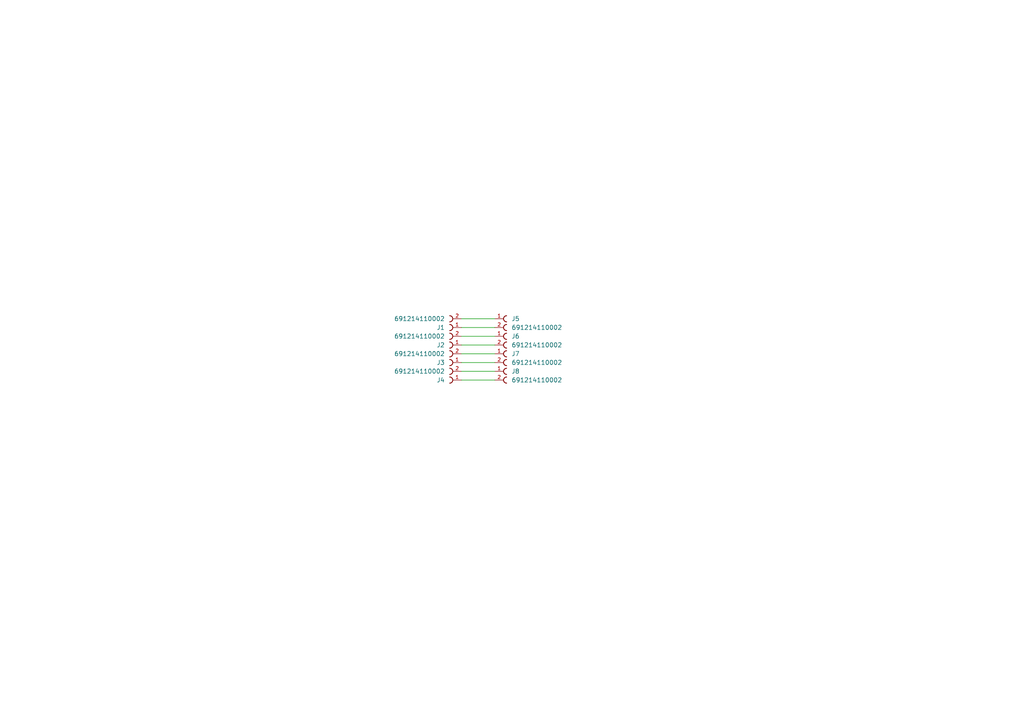
<source format=kicad_sch>
(kicad_sch (version 20211123) (generator eeschema)
  (paper "A4")
  (lib_symbols
    (symbol "Rosta 2:691214110002" (pin_names (offset 1.016))
      (property "Reference" "J" (at 1.2725 0.2385 0))
      (property "Value" "691214110002" (at 1.2716 -2.5431 0))
      (symbol "691214110002_0_0"
        (arc (start -1.651 -1.651) (mid -2.54 -2.54) (end -1.651 -3.429) (stroke (width 0.254)))
        (arc (start -1.651 0.889) (mid -2.54 0) (end -1.651 -0.889) (stroke (width 0.254)))
        (pin passive line (at -5.08 0 0) (length 2.54) (name "~") (number "1"))
        (pin passive line (at -5.08 -2.54 0) (length 2.54) (name "~") (number "2"))
      )
    )
  )
  (wire (pts (xy 133.858 102.616) (xy 143.51 102.616)))
  (wire (pts (xy 133.858 94.996) (xy 143.51 94.996)))
  (wire (pts (xy 133.858 110.236) (xy 143.51 110.236)))
  (wire (pts (xy 133.858 100.076) (xy 143.51 100.076)))
  (wire (pts (xy 133.858 105.156) (xy 143.51 105.156)))
  (wire (pts (xy 133.858 92.456) (xy 143.51 92.456)))
  (wire (pts (xy 133.858 97.536) (xy 143.51 97.536)))
  (wire (pts (xy 133.858 107.696) (xy 143.51 107.696)))
  (symbol (lib_id "Rosta 2:691214110002") (at 128.778 105.156 180) (unit 1)
    (property "Reference" "J3" (at 129.032 105.1561 0) (effects (justify left)))
    (property "Value" "691214110002" (at 129.032 102.6161 0) (effects (justify left)))
    (property "Footprint" "Connector:Rosta 2" (effects hide))
  )
  (symbol (lib_id "Rosta 2:691214110002") (at 148.59 97.536 0) (unit 1)
    (property "Reference" "J6" (at 148.336 97.5359 0) (effects (justify left)))
    (property "Value" "691214110002" (at 148.336 100.0759 0) (effects (justify left)))
    (property "Footprint" "Connector:Rosta 2" (effects hide))
  )
  (symbol (lib_id "Rosta 2:691214110002") (at 128.778 94.996 180) (unit 1)
    (property "Reference" "J1" (at 129.032 94.9961 0) (effects (justify left)))
    (property "Value" "691214110002" (at 129.032 92.4561 0) (effects (justify left)))
    (property "Footprint" "Connector:Rosta 2" (effects hide))
  )
  (symbol (lib_id "Rosta 2:691214110002") (at 148.59 107.696 0) (unit 1)
    (property "Reference" "J8" (at 148.336 107.6959 0) (effects (justify left)))
    (property "Value" "691214110002" (at 148.336 110.2359 0) (effects (justify left)))
    (property "Footprint" "Connector:Rosta 2" (effects hide))
  )
  (symbol (lib_id "Rosta 2:691214110002") (at 148.59 102.616 0) (unit 1)
    (property "Reference" "J7" (at 148.336 102.6159 0) (effects (justify left)))
    (property "Value" "691214110002" (at 148.336 105.1559 0) (effects (justify left)))
    (property "Footprint" "Connector:Rosta 2" (effects hide))
  )
  (symbol (lib_id "Rosta 2:691214110002") (at 128.778 110.236 180) (unit 1)
    (property "Reference" "J4" (at 129.032 110.2361 0) (effects (justify left)))
    (property "Value" "691214110002" (at 129.032 107.6961 0) (effects (justify left)))
    (property "Footprint" "Connector:Rosta 2" (effects hide))
  )
  (symbol (lib_id "Rosta 2:691214110002") (at 128.778 100.076 180) (unit 1)
    (property "Reference" "J2" (at 129.032 100.0761 0) (effects (justify left)))
    (property "Value" "691214110002" (at 129.032 97.5361 0) (effects (justify left)))
    (property "Footprint" "Connector:Rosta 2" (effects hide))
  )
  (symbol (lib_id "Rosta 2:691214110002") (at 148.59 92.456 0) (unit 1)
    (property "Reference" "J5" (at 148.336 92.4559 0) (effects (justify left)))
    (property "Value" "691214110002" (at 148.336 94.9959 0) (effects (justify left)))
    (property "Footprint" "Connector:Rosta 2" (effects hide))
  )
)
</source>
